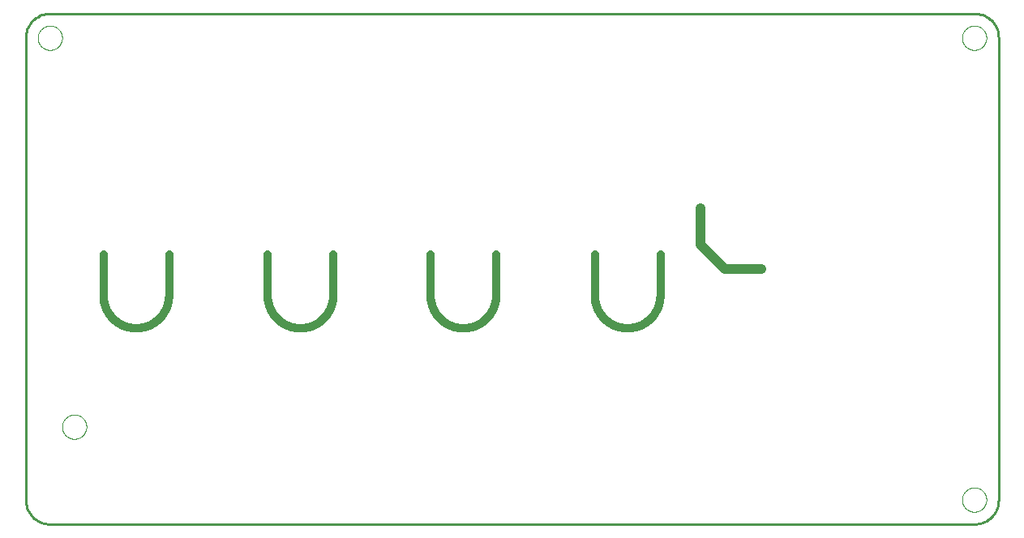
<source format=gko>
G04 EAGLE Gerber RS-274X export*
G75*
%MOMM*%
%FSLAX34Y34*%
%LPD*%
%INDimension*%
%IPPOS*%
%AMOC8*
5,1,8,0,0,1.08239X$1,22.5*%
G01*
%ADD10C,0.000000*%
%ADD11C,0.812800*%
%ADD12C,1.016000*%
%ADD13C,0.254000*%


D10*
X0Y508000D02*
X0Y25400D01*
X7Y24786D01*
X30Y24173D01*
X67Y23560D01*
X119Y22949D01*
X185Y22338D01*
X267Y21730D01*
X363Y21124D01*
X473Y20520D01*
X598Y19919D01*
X738Y19321D01*
X892Y18727D01*
X1061Y18137D01*
X1243Y17551D01*
X1440Y16970D01*
X1651Y16393D01*
X1875Y15822D01*
X2113Y15256D01*
X2365Y14696D01*
X2631Y14143D01*
X2909Y13596D01*
X3201Y13056D01*
X3506Y12523D01*
X3824Y11998D01*
X4154Y11480D01*
X4496Y10971D01*
X4851Y10470D01*
X5218Y9978D01*
X5596Y9495D01*
X5986Y9021D01*
X6388Y8557D01*
X6800Y8102D01*
X7224Y7658D01*
X7658Y7224D01*
X8102Y6800D01*
X8557Y6388D01*
X9021Y5986D01*
X9495Y5596D01*
X9978Y5218D01*
X10470Y4851D01*
X10971Y4496D01*
X11480Y4154D01*
X11998Y3824D01*
X12523Y3506D01*
X13056Y3201D01*
X13596Y2909D01*
X14143Y2631D01*
X14696Y2365D01*
X15256Y2113D01*
X15822Y1875D01*
X16393Y1651D01*
X16970Y1440D01*
X17551Y1243D01*
X18137Y1061D01*
X18727Y892D01*
X19321Y738D01*
X19919Y598D01*
X20520Y473D01*
X21124Y363D01*
X21730Y267D01*
X22338Y185D01*
X22949Y119D01*
X23560Y67D01*
X24173Y30D01*
X24786Y7D01*
X25400Y0D01*
X990600Y0D01*
X991214Y7D01*
X991827Y30D01*
X992440Y67D01*
X993051Y119D01*
X993662Y185D01*
X994270Y267D01*
X994876Y363D01*
X995480Y473D01*
X996081Y598D01*
X996679Y738D01*
X997273Y892D01*
X997863Y1061D01*
X998449Y1243D01*
X999030Y1440D01*
X999607Y1651D01*
X1000178Y1875D01*
X1000744Y2113D01*
X1001304Y2365D01*
X1001857Y2631D01*
X1002404Y2909D01*
X1002944Y3201D01*
X1003477Y3506D01*
X1004002Y3824D01*
X1004520Y4154D01*
X1005029Y4496D01*
X1005530Y4851D01*
X1006022Y5218D01*
X1006505Y5596D01*
X1006979Y5986D01*
X1007443Y6388D01*
X1007898Y6800D01*
X1008342Y7224D01*
X1008776Y7658D01*
X1009200Y8102D01*
X1009612Y8557D01*
X1010014Y9021D01*
X1010404Y9495D01*
X1010782Y9978D01*
X1011149Y10470D01*
X1011504Y10971D01*
X1011846Y11480D01*
X1012176Y11998D01*
X1012494Y12523D01*
X1012799Y13056D01*
X1013091Y13596D01*
X1013369Y14143D01*
X1013635Y14696D01*
X1013887Y15256D01*
X1014125Y15822D01*
X1014349Y16393D01*
X1014560Y16970D01*
X1014757Y17551D01*
X1014939Y18137D01*
X1015108Y18727D01*
X1015262Y19321D01*
X1015402Y19919D01*
X1015527Y20520D01*
X1015637Y21124D01*
X1015733Y21730D01*
X1015815Y22338D01*
X1015881Y22949D01*
X1015933Y23560D01*
X1015970Y24173D01*
X1015993Y24786D01*
X1016000Y25400D01*
X1016000Y508000D01*
X1015993Y508614D01*
X1015970Y509227D01*
X1015933Y509840D01*
X1015881Y510451D01*
X1015815Y511062D01*
X1015733Y511670D01*
X1015637Y512276D01*
X1015527Y512880D01*
X1015402Y513481D01*
X1015262Y514079D01*
X1015108Y514673D01*
X1014939Y515263D01*
X1014757Y515849D01*
X1014560Y516430D01*
X1014349Y517007D01*
X1014125Y517578D01*
X1013887Y518144D01*
X1013635Y518704D01*
X1013369Y519257D01*
X1013091Y519804D01*
X1012799Y520344D01*
X1012494Y520877D01*
X1012176Y521402D01*
X1011846Y521920D01*
X1011504Y522429D01*
X1011149Y522930D01*
X1010782Y523422D01*
X1010404Y523905D01*
X1010014Y524379D01*
X1009612Y524843D01*
X1009200Y525298D01*
X1008776Y525742D01*
X1008342Y526176D01*
X1007898Y526600D01*
X1007443Y527012D01*
X1006979Y527414D01*
X1006505Y527804D01*
X1006022Y528182D01*
X1005530Y528549D01*
X1005029Y528904D01*
X1004520Y529246D01*
X1004002Y529576D01*
X1003477Y529894D01*
X1002944Y530199D01*
X1002404Y530491D01*
X1001857Y530769D01*
X1001304Y531035D01*
X1000744Y531287D01*
X1000178Y531525D01*
X999607Y531749D01*
X999030Y531960D01*
X998449Y532157D01*
X997863Y532339D01*
X997273Y532508D01*
X996679Y532662D01*
X996081Y532802D01*
X995480Y532927D01*
X994876Y533037D01*
X994270Y533133D01*
X993662Y533215D01*
X993051Y533281D01*
X992440Y533333D01*
X991827Y533370D01*
X991214Y533393D01*
X990600Y533400D01*
X25400Y533400D01*
X24786Y533393D01*
X24173Y533370D01*
X23560Y533333D01*
X22949Y533281D01*
X22338Y533215D01*
X21730Y533133D01*
X21124Y533037D01*
X20520Y532927D01*
X19919Y532802D01*
X19321Y532662D01*
X18727Y532508D01*
X18137Y532339D01*
X17551Y532157D01*
X16970Y531960D01*
X16393Y531749D01*
X15822Y531525D01*
X15256Y531287D01*
X14696Y531035D01*
X14143Y530769D01*
X13596Y530491D01*
X13056Y530199D01*
X12523Y529894D01*
X11998Y529576D01*
X11480Y529246D01*
X10971Y528904D01*
X10470Y528549D01*
X9978Y528182D01*
X9495Y527804D01*
X9021Y527414D01*
X8557Y527012D01*
X8102Y526600D01*
X7658Y526176D01*
X7224Y525742D01*
X6800Y525298D01*
X6388Y524843D01*
X5986Y524379D01*
X5596Y523905D01*
X5218Y523422D01*
X4851Y522930D01*
X4496Y522429D01*
X4154Y521920D01*
X3824Y521402D01*
X3506Y520877D01*
X3201Y520344D01*
X2909Y519804D01*
X2631Y519257D01*
X2365Y518704D01*
X2113Y518144D01*
X1875Y517578D01*
X1651Y517007D01*
X1440Y516430D01*
X1243Y515849D01*
X1061Y515263D01*
X892Y514673D01*
X738Y514079D01*
X598Y513481D01*
X473Y512880D01*
X363Y512276D01*
X267Y511670D01*
X185Y511062D01*
X119Y510451D01*
X67Y509840D01*
X30Y509227D01*
X7Y508614D01*
X0Y508000D01*
X38100Y101600D02*
X38104Y101912D01*
X38115Y102223D01*
X38134Y102534D01*
X38161Y102845D01*
X38196Y103155D01*
X38237Y103463D01*
X38287Y103771D01*
X38344Y104078D01*
X38409Y104383D01*
X38481Y104686D01*
X38560Y104987D01*
X38647Y105287D01*
X38741Y105584D01*
X38842Y105879D01*
X38951Y106171D01*
X39067Y106460D01*
X39190Y106747D01*
X39319Y107030D01*
X39456Y107310D01*
X39600Y107587D01*
X39750Y107860D01*
X39907Y108129D01*
X40070Y108394D01*
X40240Y108656D01*
X40417Y108913D01*
X40599Y109165D01*
X40788Y109413D01*
X40983Y109657D01*
X41183Y109895D01*
X41390Y110129D01*
X41602Y110357D01*
X41820Y110580D01*
X42043Y110798D01*
X42271Y111010D01*
X42505Y111217D01*
X42743Y111417D01*
X42987Y111612D01*
X43235Y111801D01*
X43487Y111983D01*
X43744Y112160D01*
X44006Y112330D01*
X44271Y112493D01*
X44540Y112650D01*
X44813Y112800D01*
X45090Y112944D01*
X45370Y113081D01*
X45653Y113210D01*
X45940Y113333D01*
X46229Y113449D01*
X46521Y113558D01*
X46816Y113659D01*
X47113Y113753D01*
X47413Y113840D01*
X47714Y113919D01*
X48017Y113991D01*
X48322Y114056D01*
X48629Y114113D01*
X48937Y114163D01*
X49245Y114204D01*
X49555Y114239D01*
X49866Y114266D01*
X50177Y114285D01*
X50488Y114296D01*
X50800Y114300D01*
X51112Y114296D01*
X51423Y114285D01*
X51734Y114266D01*
X52045Y114239D01*
X52355Y114204D01*
X52663Y114163D01*
X52971Y114113D01*
X53278Y114056D01*
X53583Y113991D01*
X53886Y113919D01*
X54187Y113840D01*
X54487Y113753D01*
X54784Y113659D01*
X55079Y113558D01*
X55371Y113449D01*
X55660Y113333D01*
X55947Y113210D01*
X56230Y113081D01*
X56510Y112944D01*
X56787Y112800D01*
X57060Y112650D01*
X57329Y112493D01*
X57594Y112330D01*
X57856Y112160D01*
X58113Y111983D01*
X58365Y111801D01*
X58613Y111612D01*
X58857Y111417D01*
X59095Y111217D01*
X59329Y111010D01*
X59557Y110798D01*
X59780Y110580D01*
X59998Y110357D01*
X60210Y110129D01*
X60417Y109895D01*
X60617Y109657D01*
X60812Y109413D01*
X61001Y109165D01*
X61183Y108913D01*
X61360Y108656D01*
X61530Y108394D01*
X61693Y108129D01*
X61850Y107860D01*
X62000Y107587D01*
X62144Y107310D01*
X62281Y107030D01*
X62410Y106747D01*
X62533Y106460D01*
X62649Y106171D01*
X62758Y105879D01*
X62859Y105584D01*
X62953Y105287D01*
X63040Y104987D01*
X63119Y104686D01*
X63191Y104383D01*
X63256Y104078D01*
X63313Y103771D01*
X63363Y103463D01*
X63404Y103155D01*
X63439Y102845D01*
X63466Y102534D01*
X63485Y102223D01*
X63496Y101912D01*
X63500Y101600D01*
X63496Y101288D01*
X63485Y100977D01*
X63466Y100666D01*
X63439Y100355D01*
X63404Y100045D01*
X63363Y99737D01*
X63313Y99429D01*
X63256Y99122D01*
X63191Y98817D01*
X63119Y98514D01*
X63040Y98213D01*
X62953Y97913D01*
X62859Y97616D01*
X62758Y97321D01*
X62649Y97029D01*
X62533Y96740D01*
X62410Y96453D01*
X62281Y96170D01*
X62144Y95890D01*
X62000Y95613D01*
X61850Y95340D01*
X61693Y95071D01*
X61530Y94806D01*
X61360Y94544D01*
X61183Y94287D01*
X61001Y94035D01*
X60812Y93787D01*
X60617Y93543D01*
X60417Y93305D01*
X60210Y93071D01*
X59998Y92843D01*
X59780Y92620D01*
X59557Y92402D01*
X59329Y92190D01*
X59095Y91983D01*
X58857Y91783D01*
X58613Y91588D01*
X58365Y91399D01*
X58113Y91217D01*
X57856Y91040D01*
X57594Y90870D01*
X57329Y90707D01*
X57060Y90550D01*
X56787Y90400D01*
X56510Y90256D01*
X56230Y90119D01*
X55947Y89990D01*
X55660Y89867D01*
X55371Y89751D01*
X55079Y89642D01*
X54784Y89541D01*
X54487Y89447D01*
X54187Y89360D01*
X53886Y89281D01*
X53583Y89209D01*
X53278Y89144D01*
X52971Y89087D01*
X52663Y89037D01*
X52355Y88996D01*
X52045Y88961D01*
X51734Y88934D01*
X51423Y88915D01*
X51112Y88904D01*
X50800Y88900D01*
X50488Y88904D01*
X50177Y88915D01*
X49866Y88934D01*
X49555Y88961D01*
X49245Y88996D01*
X48937Y89037D01*
X48629Y89087D01*
X48322Y89144D01*
X48017Y89209D01*
X47714Y89281D01*
X47413Y89360D01*
X47113Y89447D01*
X46816Y89541D01*
X46521Y89642D01*
X46229Y89751D01*
X45940Y89867D01*
X45653Y89990D01*
X45370Y90119D01*
X45090Y90256D01*
X44813Y90400D01*
X44540Y90550D01*
X44271Y90707D01*
X44006Y90870D01*
X43744Y91040D01*
X43487Y91217D01*
X43235Y91399D01*
X42987Y91588D01*
X42743Y91783D01*
X42505Y91983D01*
X42271Y92190D01*
X42043Y92402D01*
X41820Y92620D01*
X41602Y92843D01*
X41390Y93071D01*
X41183Y93305D01*
X40983Y93543D01*
X40788Y93787D01*
X40599Y94035D01*
X40417Y94287D01*
X40240Y94544D01*
X40070Y94806D01*
X39907Y95071D01*
X39750Y95340D01*
X39600Y95613D01*
X39456Y95890D01*
X39319Y96170D01*
X39190Y96453D01*
X39067Y96740D01*
X38951Y97029D01*
X38842Y97321D01*
X38741Y97616D01*
X38647Y97913D01*
X38560Y98213D01*
X38481Y98514D01*
X38409Y98817D01*
X38344Y99122D01*
X38287Y99429D01*
X38237Y99737D01*
X38196Y100045D01*
X38161Y100355D01*
X38134Y100666D01*
X38115Y100977D01*
X38104Y101288D01*
X38100Y101600D01*
X12700Y508000D02*
X12704Y508312D01*
X12715Y508623D01*
X12734Y508934D01*
X12761Y509245D01*
X12796Y509555D01*
X12837Y509863D01*
X12887Y510171D01*
X12944Y510478D01*
X13009Y510783D01*
X13081Y511086D01*
X13160Y511387D01*
X13247Y511687D01*
X13341Y511984D01*
X13442Y512279D01*
X13551Y512571D01*
X13667Y512860D01*
X13790Y513147D01*
X13919Y513430D01*
X14056Y513710D01*
X14200Y513987D01*
X14350Y514260D01*
X14507Y514529D01*
X14670Y514794D01*
X14840Y515056D01*
X15017Y515313D01*
X15199Y515565D01*
X15388Y515813D01*
X15583Y516057D01*
X15783Y516295D01*
X15990Y516529D01*
X16202Y516757D01*
X16420Y516980D01*
X16643Y517198D01*
X16871Y517410D01*
X17105Y517617D01*
X17343Y517817D01*
X17587Y518012D01*
X17835Y518201D01*
X18087Y518383D01*
X18344Y518560D01*
X18606Y518730D01*
X18871Y518893D01*
X19140Y519050D01*
X19413Y519200D01*
X19690Y519344D01*
X19970Y519481D01*
X20253Y519610D01*
X20540Y519733D01*
X20829Y519849D01*
X21121Y519958D01*
X21416Y520059D01*
X21713Y520153D01*
X22013Y520240D01*
X22314Y520319D01*
X22617Y520391D01*
X22922Y520456D01*
X23229Y520513D01*
X23537Y520563D01*
X23845Y520604D01*
X24155Y520639D01*
X24466Y520666D01*
X24777Y520685D01*
X25088Y520696D01*
X25400Y520700D01*
X25712Y520696D01*
X26023Y520685D01*
X26334Y520666D01*
X26645Y520639D01*
X26955Y520604D01*
X27263Y520563D01*
X27571Y520513D01*
X27878Y520456D01*
X28183Y520391D01*
X28486Y520319D01*
X28787Y520240D01*
X29087Y520153D01*
X29384Y520059D01*
X29679Y519958D01*
X29971Y519849D01*
X30260Y519733D01*
X30547Y519610D01*
X30830Y519481D01*
X31110Y519344D01*
X31387Y519200D01*
X31660Y519050D01*
X31929Y518893D01*
X32194Y518730D01*
X32456Y518560D01*
X32713Y518383D01*
X32965Y518201D01*
X33213Y518012D01*
X33457Y517817D01*
X33695Y517617D01*
X33929Y517410D01*
X34157Y517198D01*
X34380Y516980D01*
X34598Y516757D01*
X34810Y516529D01*
X35017Y516295D01*
X35217Y516057D01*
X35412Y515813D01*
X35601Y515565D01*
X35783Y515313D01*
X35960Y515056D01*
X36130Y514794D01*
X36293Y514529D01*
X36450Y514260D01*
X36600Y513987D01*
X36744Y513710D01*
X36881Y513430D01*
X37010Y513147D01*
X37133Y512860D01*
X37249Y512571D01*
X37358Y512279D01*
X37459Y511984D01*
X37553Y511687D01*
X37640Y511387D01*
X37719Y511086D01*
X37791Y510783D01*
X37856Y510478D01*
X37913Y510171D01*
X37963Y509863D01*
X38004Y509555D01*
X38039Y509245D01*
X38066Y508934D01*
X38085Y508623D01*
X38096Y508312D01*
X38100Y508000D01*
X38096Y507688D01*
X38085Y507377D01*
X38066Y507066D01*
X38039Y506755D01*
X38004Y506445D01*
X37963Y506137D01*
X37913Y505829D01*
X37856Y505522D01*
X37791Y505217D01*
X37719Y504914D01*
X37640Y504613D01*
X37553Y504313D01*
X37459Y504016D01*
X37358Y503721D01*
X37249Y503429D01*
X37133Y503140D01*
X37010Y502853D01*
X36881Y502570D01*
X36744Y502290D01*
X36600Y502013D01*
X36450Y501740D01*
X36293Y501471D01*
X36130Y501206D01*
X35960Y500944D01*
X35783Y500687D01*
X35601Y500435D01*
X35412Y500187D01*
X35217Y499943D01*
X35017Y499705D01*
X34810Y499471D01*
X34598Y499243D01*
X34380Y499020D01*
X34157Y498802D01*
X33929Y498590D01*
X33695Y498383D01*
X33457Y498183D01*
X33213Y497988D01*
X32965Y497799D01*
X32713Y497617D01*
X32456Y497440D01*
X32194Y497270D01*
X31929Y497107D01*
X31660Y496950D01*
X31387Y496800D01*
X31110Y496656D01*
X30830Y496519D01*
X30547Y496390D01*
X30260Y496267D01*
X29971Y496151D01*
X29679Y496042D01*
X29384Y495941D01*
X29087Y495847D01*
X28787Y495760D01*
X28486Y495681D01*
X28183Y495609D01*
X27878Y495544D01*
X27571Y495487D01*
X27263Y495437D01*
X26955Y495396D01*
X26645Y495361D01*
X26334Y495334D01*
X26023Y495315D01*
X25712Y495304D01*
X25400Y495300D01*
X25088Y495304D01*
X24777Y495315D01*
X24466Y495334D01*
X24155Y495361D01*
X23845Y495396D01*
X23537Y495437D01*
X23229Y495487D01*
X22922Y495544D01*
X22617Y495609D01*
X22314Y495681D01*
X22013Y495760D01*
X21713Y495847D01*
X21416Y495941D01*
X21121Y496042D01*
X20829Y496151D01*
X20540Y496267D01*
X20253Y496390D01*
X19970Y496519D01*
X19690Y496656D01*
X19413Y496800D01*
X19140Y496950D01*
X18871Y497107D01*
X18606Y497270D01*
X18344Y497440D01*
X18087Y497617D01*
X17835Y497799D01*
X17587Y497988D01*
X17343Y498183D01*
X17105Y498383D01*
X16871Y498590D01*
X16643Y498802D01*
X16420Y499020D01*
X16202Y499243D01*
X15990Y499471D01*
X15783Y499705D01*
X15583Y499943D01*
X15388Y500187D01*
X15199Y500435D01*
X15017Y500687D01*
X14840Y500944D01*
X14670Y501206D01*
X14507Y501471D01*
X14350Y501740D01*
X14200Y502013D01*
X14056Y502290D01*
X13919Y502570D01*
X13790Y502853D01*
X13667Y503140D01*
X13551Y503429D01*
X13442Y503721D01*
X13341Y504016D01*
X13247Y504313D01*
X13160Y504613D01*
X13081Y504914D01*
X13009Y505217D01*
X12944Y505522D01*
X12887Y505829D01*
X12837Y506137D01*
X12796Y506445D01*
X12761Y506755D01*
X12734Y507066D01*
X12715Y507377D01*
X12704Y507688D01*
X12700Y508000D01*
X977900Y508000D02*
X977904Y508312D01*
X977915Y508623D01*
X977934Y508934D01*
X977961Y509245D01*
X977996Y509555D01*
X978037Y509863D01*
X978087Y510171D01*
X978144Y510478D01*
X978209Y510783D01*
X978281Y511086D01*
X978360Y511387D01*
X978447Y511687D01*
X978541Y511984D01*
X978642Y512279D01*
X978751Y512571D01*
X978867Y512860D01*
X978990Y513147D01*
X979119Y513430D01*
X979256Y513710D01*
X979400Y513987D01*
X979550Y514260D01*
X979707Y514529D01*
X979870Y514794D01*
X980040Y515056D01*
X980217Y515313D01*
X980399Y515565D01*
X980588Y515813D01*
X980783Y516057D01*
X980983Y516295D01*
X981190Y516529D01*
X981402Y516757D01*
X981620Y516980D01*
X981843Y517198D01*
X982071Y517410D01*
X982305Y517617D01*
X982543Y517817D01*
X982787Y518012D01*
X983035Y518201D01*
X983287Y518383D01*
X983544Y518560D01*
X983806Y518730D01*
X984071Y518893D01*
X984340Y519050D01*
X984613Y519200D01*
X984890Y519344D01*
X985170Y519481D01*
X985453Y519610D01*
X985740Y519733D01*
X986029Y519849D01*
X986321Y519958D01*
X986616Y520059D01*
X986913Y520153D01*
X987213Y520240D01*
X987514Y520319D01*
X987817Y520391D01*
X988122Y520456D01*
X988429Y520513D01*
X988737Y520563D01*
X989045Y520604D01*
X989355Y520639D01*
X989666Y520666D01*
X989977Y520685D01*
X990288Y520696D01*
X990600Y520700D01*
X990912Y520696D01*
X991223Y520685D01*
X991534Y520666D01*
X991845Y520639D01*
X992155Y520604D01*
X992463Y520563D01*
X992771Y520513D01*
X993078Y520456D01*
X993383Y520391D01*
X993686Y520319D01*
X993987Y520240D01*
X994287Y520153D01*
X994584Y520059D01*
X994879Y519958D01*
X995171Y519849D01*
X995460Y519733D01*
X995747Y519610D01*
X996030Y519481D01*
X996310Y519344D01*
X996587Y519200D01*
X996860Y519050D01*
X997129Y518893D01*
X997394Y518730D01*
X997656Y518560D01*
X997913Y518383D01*
X998165Y518201D01*
X998413Y518012D01*
X998657Y517817D01*
X998895Y517617D01*
X999129Y517410D01*
X999357Y517198D01*
X999580Y516980D01*
X999798Y516757D01*
X1000010Y516529D01*
X1000217Y516295D01*
X1000417Y516057D01*
X1000612Y515813D01*
X1000801Y515565D01*
X1000983Y515313D01*
X1001160Y515056D01*
X1001330Y514794D01*
X1001493Y514529D01*
X1001650Y514260D01*
X1001800Y513987D01*
X1001944Y513710D01*
X1002081Y513430D01*
X1002210Y513147D01*
X1002333Y512860D01*
X1002449Y512571D01*
X1002558Y512279D01*
X1002659Y511984D01*
X1002753Y511687D01*
X1002840Y511387D01*
X1002919Y511086D01*
X1002991Y510783D01*
X1003056Y510478D01*
X1003113Y510171D01*
X1003163Y509863D01*
X1003204Y509555D01*
X1003239Y509245D01*
X1003266Y508934D01*
X1003285Y508623D01*
X1003296Y508312D01*
X1003300Y508000D01*
X1003296Y507688D01*
X1003285Y507377D01*
X1003266Y507066D01*
X1003239Y506755D01*
X1003204Y506445D01*
X1003163Y506137D01*
X1003113Y505829D01*
X1003056Y505522D01*
X1002991Y505217D01*
X1002919Y504914D01*
X1002840Y504613D01*
X1002753Y504313D01*
X1002659Y504016D01*
X1002558Y503721D01*
X1002449Y503429D01*
X1002333Y503140D01*
X1002210Y502853D01*
X1002081Y502570D01*
X1001944Y502290D01*
X1001800Y502013D01*
X1001650Y501740D01*
X1001493Y501471D01*
X1001330Y501206D01*
X1001160Y500944D01*
X1000983Y500687D01*
X1000801Y500435D01*
X1000612Y500187D01*
X1000417Y499943D01*
X1000217Y499705D01*
X1000010Y499471D01*
X999798Y499243D01*
X999580Y499020D01*
X999357Y498802D01*
X999129Y498590D01*
X998895Y498383D01*
X998657Y498183D01*
X998413Y497988D01*
X998165Y497799D01*
X997913Y497617D01*
X997656Y497440D01*
X997394Y497270D01*
X997129Y497107D01*
X996860Y496950D01*
X996587Y496800D01*
X996310Y496656D01*
X996030Y496519D01*
X995747Y496390D01*
X995460Y496267D01*
X995171Y496151D01*
X994879Y496042D01*
X994584Y495941D01*
X994287Y495847D01*
X993987Y495760D01*
X993686Y495681D01*
X993383Y495609D01*
X993078Y495544D01*
X992771Y495487D01*
X992463Y495437D01*
X992155Y495396D01*
X991845Y495361D01*
X991534Y495334D01*
X991223Y495315D01*
X990912Y495304D01*
X990600Y495300D01*
X990288Y495304D01*
X989977Y495315D01*
X989666Y495334D01*
X989355Y495361D01*
X989045Y495396D01*
X988737Y495437D01*
X988429Y495487D01*
X988122Y495544D01*
X987817Y495609D01*
X987514Y495681D01*
X987213Y495760D01*
X986913Y495847D01*
X986616Y495941D01*
X986321Y496042D01*
X986029Y496151D01*
X985740Y496267D01*
X985453Y496390D01*
X985170Y496519D01*
X984890Y496656D01*
X984613Y496800D01*
X984340Y496950D01*
X984071Y497107D01*
X983806Y497270D01*
X983544Y497440D01*
X983287Y497617D01*
X983035Y497799D01*
X982787Y497988D01*
X982543Y498183D01*
X982305Y498383D01*
X982071Y498590D01*
X981843Y498802D01*
X981620Y499020D01*
X981402Y499243D01*
X981190Y499471D01*
X980983Y499705D01*
X980783Y499943D01*
X980588Y500187D01*
X980399Y500435D01*
X980217Y500687D01*
X980040Y500944D01*
X979870Y501206D01*
X979707Y501471D01*
X979550Y501740D01*
X979400Y502013D01*
X979256Y502290D01*
X979119Y502570D01*
X978990Y502853D01*
X978867Y503140D01*
X978751Y503429D01*
X978642Y503721D01*
X978541Y504016D01*
X978447Y504313D01*
X978360Y504613D01*
X978281Y504914D01*
X978209Y505217D01*
X978144Y505522D01*
X978087Y505829D01*
X978037Y506137D01*
X977996Y506445D01*
X977961Y506755D01*
X977934Y507066D01*
X977915Y507377D01*
X977904Y507688D01*
X977900Y508000D01*
X977900Y25400D02*
X977904Y25712D01*
X977915Y26023D01*
X977934Y26334D01*
X977961Y26645D01*
X977996Y26955D01*
X978037Y27263D01*
X978087Y27571D01*
X978144Y27878D01*
X978209Y28183D01*
X978281Y28486D01*
X978360Y28787D01*
X978447Y29087D01*
X978541Y29384D01*
X978642Y29679D01*
X978751Y29971D01*
X978867Y30260D01*
X978990Y30547D01*
X979119Y30830D01*
X979256Y31110D01*
X979400Y31387D01*
X979550Y31660D01*
X979707Y31929D01*
X979870Y32194D01*
X980040Y32456D01*
X980217Y32713D01*
X980399Y32965D01*
X980588Y33213D01*
X980783Y33457D01*
X980983Y33695D01*
X981190Y33929D01*
X981402Y34157D01*
X981620Y34380D01*
X981843Y34598D01*
X982071Y34810D01*
X982305Y35017D01*
X982543Y35217D01*
X982787Y35412D01*
X983035Y35601D01*
X983287Y35783D01*
X983544Y35960D01*
X983806Y36130D01*
X984071Y36293D01*
X984340Y36450D01*
X984613Y36600D01*
X984890Y36744D01*
X985170Y36881D01*
X985453Y37010D01*
X985740Y37133D01*
X986029Y37249D01*
X986321Y37358D01*
X986616Y37459D01*
X986913Y37553D01*
X987213Y37640D01*
X987514Y37719D01*
X987817Y37791D01*
X988122Y37856D01*
X988429Y37913D01*
X988737Y37963D01*
X989045Y38004D01*
X989355Y38039D01*
X989666Y38066D01*
X989977Y38085D01*
X990288Y38096D01*
X990600Y38100D01*
X990912Y38096D01*
X991223Y38085D01*
X991534Y38066D01*
X991845Y38039D01*
X992155Y38004D01*
X992463Y37963D01*
X992771Y37913D01*
X993078Y37856D01*
X993383Y37791D01*
X993686Y37719D01*
X993987Y37640D01*
X994287Y37553D01*
X994584Y37459D01*
X994879Y37358D01*
X995171Y37249D01*
X995460Y37133D01*
X995747Y37010D01*
X996030Y36881D01*
X996310Y36744D01*
X996587Y36600D01*
X996860Y36450D01*
X997129Y36293D01*
X997394Y36130D01*
X997656Y35960D01*
X997913Y35783D01*
X998165Y35601D01*
X998413Y35412D01*
X998657Y35217D01*
X998895Y35017D01*
X999129Y34810D01*
X999357Y34598D01*
X999580Y34380D01*
X999798Y34157D01*
X1000010Y33929D01*
X1000217Y33695D01*
X1000417Y33457D01*
X1000612Y33213D01*
X1000801Y32965D01*
X1000983Y32713D01*
X1001160Y32456D01*
X1001330Y32194D01*
X1001493Y31929D01*
X1001650Y31660D01*
X1001800Y31387D01*
X1001944Y31110D01*
X1002081Y30830D01*
X1002210Y30547D01*
X1002333Y30260D01*
X1002449Y29971D01*
X1002558Y29679D01*
X1002659Y29384D01*
X1002753Y29087D01*
X1002840Y28787D01*
X1002919Y28486D01*
X1002991Y28183D01*
X1003056Y27878D01*
X1003113Y27571D01*
X1003163Y27263D01*
X1003204Y26955D01*
X1003239Y26645D01*
X1003266Y26334D01*
X1003285Y26023D01*
X1003296Y25712D01*
X1003300Y25400D01*
X1003296Y25088D01*
X1003285Y24777D01*
X1003266Y24466D01*
X1003239Y24155D01*
X1003204Y23845D01*
X1003163Y23537D01*
X1003113Y23229D01*
X1003056Y22922D01*
X1002991Y22617D01*
X1002919Y22314D01*
X1002840Y22013D01*
X1002753Y21713D01*
X1002659Y21416D01*
X1002558Y21121D01*
X1002449Y20829D01*
X1002333Y20540D01*
X1002210Y20253D01*
X1002081Y19970D01*
X1001944Y19690D01*
X1001800Y19413D01*
X1001650Y19140D01*
X1001493Y18871D01*
X1001330Y18606D01*
X1001160Y18344D01*
X1000983Y18087D01*
X1000801Y17835D01*
X1000612Y17587D01*
X1000417Y17343D01*
X1000217Y17105D01*
X1000010Y16871D01*
X999798Y16643D01*
X999580Y16420D01*
X999357Y16202D01*
X999129Y15990D01*
X998895Y15783D01*
X998657Y15583D01*
X998413Y15388D01*
X998165Y15199D01*
X997913Y15017D01*
X997656Y14840D01*
X997394Y14670D01*
X997129Y14507D01*
X996860Y14350D01*
X996587Y14200D01*
X996310Y14056D01*
X996030Y13919D01*
X995747Y13790D01*
X995460Y13667D01*
X995171Y13551D01*
X994879Y13442D01*
X994584Y13341D01*
X994287Y13247D01*
X993987Y13160D01*
X993686Y13081D01*
X993383Y13009D01*
X993078Y12944D01*
X992771Y12887D01*
X992463Y12837D01*
X992155Y12796D01*
X991845Y12761D01*
X991534Y12734D01*
X991223Y12715D01*
X990912Y12704D01*
X990600Y12700D01*
X990288Y12704D01*
X989977Y12715D01*
X989666Y12734D01*
X989355Y12761D01*
X989045Y12796D01*
X988737Y12837D01*
X988429Y12887D01*
X988122Y12944D01*
X987817Y13009D01*
X987514Y13081D01*
X987213Y13160D01*
X986913Y13247D01*
X986616Y13341D01*
X986321Y13442D01*
X986029Y13551D01*
X985740Y13667D01*
X985453Y13790D01*
X985170Y13919D01*
X984890Y14056D01*
X984613Y14200D01*
X984340Y14350D01*
X984071Y14507D01*
X983806Y14670D01*
X983544Y14840D01*
X983287Y15017D01*
X983035Y15199D01*
X982787Y15388D01*
X982543Y15583D01*
X982305Y15783D01*
X982071Y15990D01*
X981843Y16202D01*
X981620Y16420D01*
X981402Y16643D01*
X981190Y16871D01*
X980983Y17105D01*
X980783Y17343D01*
X980588Y17587D01*
X980399Y17835D01*
X980217Y18087D01*
X980040Y18344D01*
X979870Y18606D01*
X979707Y18871D01*
X979550Y19140D01*
X979400Y19413D01*
X979256Y19690D01*
X979119Y19970D01*
X978990Y20253D01*
X978867Y20540D01*
X978751Y20829D01*
X978642Y21121D01*
X978541Y21416D01*
X978447Y21713D01*
X978360Y22013D01*
X978281Y22314D01*
X978209Y22617D01*
X978144Y22922D01*
X978087Y23229D01*
X978037Y23537D01*
X977996Y23845D01*
X977961Y24155D01*
X977934Y24466D01*
X977915Y24777D01*
X977904Y25088D01*
X977900Y25400D01*
D11*
X149860Y238760D02*
X149850Y237925D01*
X149819Y237091D01*
X149769Y236257D01*
X149697Y235425D01*
X149606Y234595D01*
X149495Y233767D01*
X149363Y232943D01*
X149211Y232122D01*
X149040Y231304D01*
X148848Y230492D01*
X148637Y229684D01*
X148406Y228881D01*
X148156Y228084D01*
X147886Y227294D01*
X147597Y226511D01*
X147290Y225734D01*
X146963Y224966D01*
X146618Y224205D01*
X146254Y223454D01*
X145872Y222711D01*
X145473Y221978D01*
X145055Y221255D01*
X144620Y220542D01*
X144168Y219840D01*
X143699Y219149D01*
X143213Y218470D01*
X142710Y217803D01*
X142192Y217148D01*
X141658Y216506D01*
X141108Y215878D01*
X140543Y215263D01*
X139964Y214661D01*
X139370Y214075D01*
X138762Y213502D01*
X138140Y212945D01*
X137504Y212403D01*
X136856Y211877D01*
X136195Y211366D01*
X135522Y210872D01*
X134837Y210395D01*
X134140Y209934D01*
X133433Y209490D01*
X132715Y209064D01*
X131987Y208655D01*
X131249Y208264D01*
X130502Y207892D01*
X129745Y207537D01*
X128981Y207201D01*
X128209Y206884D01*
X127429Y206586D01*
X126642Y206307D01*
X125848Y206047D01*
X125048Y205806D01*
X124243Y205585D01*
X123433Y205384D01*
X122618Y205202D01*
X121798Y205040D01*
X120975Y204899D01*
X120149Y204777D01*
X119320Y204676D01*
X118489Y204594D01*
X117656Y204534D01*
X116822Y204493D01*
X115988Y204473D01*
X115152Y204473D01*
X114318Y204493D01*
X113484Y204534D01*
X112651Y204594D01*
X111820Y204676D01*
X110991Y204777D01*
X110165Y204899D01*
X109342Y205040D01*
X108522Y205202D01*
X107707Y205384D01*
X106897Y205585D01*
X106092Y205806D01*
X105292Y206047D01*
X104498Y206307D01*
X103711Y206586D01*
X102931Y206884D01*
X102159Y207201D01*
X101395Y207537D01*
X100638Y207892D01*
X99891Y208264D01*
X99153Y208655D01*
X98425Y209064D01*
X97707Y209490D01*
X97000Y209934D01*
X96303Y210395D01*
X95618Y210872D01*
X94945Y211366D01*
X94284Y211877D01*
X93636Y212403D01*
X93000Y212945D01*
X92378Y213502D01*
X91770Y214075D01*
X91176Y214661D01*
X90597Y215263D01*
X90032Y215878D01*
X89482Y216506D01*
X88948Y217148D01*
X88430Y217803D01*
X87927Y218470D01*
X87441Y219149D01*
X86972Y219840D01*
X86520Y220542D01*
X86085Y221255D01*
X85667Y221978D01*
X85268Y222711D01*
X84886Y223454D01*
X84522Y224205D01*
X84177Y224966D01*
X83850Y225734D01*
X83543Y226511D01*
X83254Y227294D01*
X82984Y228084D01*
X82734Y228881D01*
X82503Y229684D01*
X82292Y230492D01*
X82100Y231304D01*
X81929Y232122D01*
X81777Y232943D01*
X81645Y233767D01*
X81534Y234595D01*
X81443Y235425D01*
X81371Y236257D01*
X81321Y237091D01*
X81290Y237925D01*
X81280Y238760D01*
X81280Y281940D01*
X149860Y281940D02*
X149860Y238760D01*
X252730Y238760D02*
X252740Y237925D01*
X252771Y237091D01*
X252821Y236257D01*
X252893Y235425D01*
X252984Y234595D01*
X253095Y233767D01*
X253227Y232943D01*
X253379Y232122D01*
X253550Y231304D01*
X253742Y230492D01*
X253953Y229684D01*
X254184Y228881D01*
X254434Y228084D01*
X254704Y227294D01*
X254993Y226511D01*
X255300Y225734D01*
X255627Y224966D01*
X255972Y224205D01*
X256336Y223454D01*
X256718Y222711D01*
X257117Y221978D01*
X257535Y221255D01*
X257970Y220542D01*
X258422Y219840D01*
X258891Y219149D01*
X259377Y218470D01*
X259880Y217803D01*
X260398Y217148D01*
X260932Y216506D01*
X261482Y215878D01*
X262047Y215263D01*
X262626Y214661D01*
X263220Y214075D01*
X263828Y213502D01*
X264450Y212945D01*
X265086Y212403D01*
X265734Y211877D01*
X266395Y211366D01*
X267068Y210872D01*
X267753Y210395D01*
X268450Y209934D01*
X269157Y209490D01*
X269875Y209064D01*
X270603Y208655D01*
X271341Y208264D01*
X272088Y207892D01*
X272845Y207537D01*
X273609Y207201D01*
X274381Y206884D01*
X275161Y206586D01*
X275948Y206307D01*
X276742Y206047D01*
X277542Y205806D01*
X278347Y205585D01*
X279157Y205384D01*
X279972Y205202D01*
X280792Y205040D01*
X281615Y204899D01*
X282441Y204777D01*
X283270Y204676D01*
X284101Y204594D01*
X284934Y204534D01*
X285768Y204493D01*
X286602Y204473D01*
X287438Y204473D01*
X288272Y204493D01*
X289106Y204534D01*
X289939Y204594D01*
X290770Y204676D01*
X291599Y204777D01*
X292425Y204899D01*
X293248Y205040D01*
X294068Y205202D01*
X294883Y205384D01*
X295693Y205585D01*
X296498Y205806D01*
X297298Y206047D01*
X298092Y206307D01*
X298879Y206586D01*
X299659Y206884D01*
X300431Y207201D01*
X301195Y207537D01*
X301952Y207892D01*
X302699Y208264D01*
X303437Y208655D01*
X304165Y209064D01*
X304883Y209490D01*
X305590Y209934D01*
X306287Y210395D01*
X306972Y210872D01*
X307645Y211366D01*
X308306Y211877D01*
X308954Y212403D01*
X309590Y212945D01*
X310212Y213502D01*
X310820Y214075D01*
X311414Y214661D01*
X311993Y215263D01*
X312558Y215878D01*
X313108Y216506D01*
X313642Y217148D01*
X314160Y217803D01*
X314663Y218470D01*
X315149Y219149D01*
X315618Y219840D01*
X316070Y220542D01*
X316505Y221255D01*
X316923Y221978D01*
X317322Y222711D01*
X317704Y223454D01*
X318068Y224205D01*
X318413Y224966D01*
X318740Y225734D01*
X319047Y226511D01*
X319336Y227294D01*
X319606Y228084D01*
X319856Y228881D01*
X320087Y229684D01*
X320298Y230492D01*
X320490Y231304D01*
X320661Y232122D01*
X320813Y232943D01*
X320945Y233767D01*
X321056Y234595D01*
X321147Y235425D01*
X321219Y236257D01*
X321269Y237091D01*
X321300Y237925D01*
X321310Y238760D01*
X252730Y238760D02*
X252730Y281940D01*
X321310Y281940D02*
X321310Y238760D01*
X422910Y238760D02*
X422920Y237925D01*
X422951Y237091D01*
X423001Y236257D01*
X423073Y235425D01*
X423164Y234595D01*
X423275Y233767D01*
X423407Y232943D01*
X423559Y232122D01*
X423730Y231304D01*
X423922Y230492D01*
X424133Y229684D01*
X424364Y228881D01*
X424614Y228084D01*
X424884Y227294D01*
X425173Y226511D01*
X425480Y225734D01*
X425807Y224966D01*
X426152Y224205D01*
X426516Y223454D01*
X426898Y222711D01*
X427297Y221978D01*
X427715Y221255D01*
X428150Y220542D01*
X428602Y219840D01*
X429071Y219149D01*
X429557Y218470D01*
X430060Y217803D01*
X430578Y217148D01*
X431112Y216506D01*
X431662Y215878D01*
X432227Y215263D01*
X432806Y214661D01*
X433400Y214075D01*
X434008Y213502D01*
X434630Y212945D01*
X435266Y212403D01*
X435914Y211877D01*
X436575Y211366D01*
X437248Y210872D01*
X437933Y210395D01*
X438630Y209934D01*
X439337Y209490D01*
X440055Y209064D01*
X440783Y208655D01*
X441521Y208264D01*
X442268Y207892D01*
X443025Y207537D01*
X443789Y207201D01*
X444561Y206884D01*
X445341Y206586D01*
X446128Y206307D01*
X446922Y206047D01*
X447722Y205806D01*
X448527Y205585D01*
X449337Y205384D01*
X450152Y205202D01*
X450972Y205040D01*
X451795Y204899D01*
X452621Y204777D01*
X453450Y204676D01*
X454281Y204594D01*
X455114Y204534D01*
X455948Y204493D01*
X456782Y204473D01*
X457618Y204473D01*
X458452Y204493D01*
X459286Y204534D01*
X460119Y204594D01*
X460950Y204676D01*
X461779Y204777D01*
X462605Y204899D01*
X463428Y205040D01*
X464248Y205202D01*
X465063Y205384D01*
X465873Y205585D01*
X466678Y205806D01*
X467478Y206047D01*
X468272Y206307D01*
X469059Y206586D01*
X469839Y206884D01*
X470611Y207201D01*
X471375Y207537D01*
X472132Y207892D01*
X472879Y208264D01*
X473617Y208655D01*
X474345Y209064D01*
X475063Y209490D01*
X475770Y209934D01*
X476467Y210395D01*
X477152Y210872D01*
X477825Y211366D01*
X478486Y211877D01*
X479134Y212403D01*
X479770Y212945D01*
X480392Y213502D01*
X481000Y214075D01*
X481594Y214661D01*
X482173Y215263D01*
X482738Y215878D01*
X483288Y216506D01*
X483822Y217148D01*
X484340Y217803D01*
X484843Y218470D01*
X485329Y219149D01*
X485798Y219840D01*
X486250Y220542D01*
X486685Y221255D01*
X487103Y221978D01*
X487502Y222711D01*
X487884Y223454D01*
X488248Y224205D01*
X488593Y224966D01*
X488920Y225734D01*
X489227Y226511D01*
X489516Y227294D01*
X489786Y228084D01*
X490036Y228881D01*
X490267Y229684D01*
X490478Y230492D01*
X490670Y231304D01*
X490841Y232122D01*
X490993Y232943D01*
X491125Y233767D01*
X491236Y234595D01*
X491327Y235425D01*
X491399Y236257D01*
X491449Y237091D01*
X491480Y237925D01*
X491490Y238760D01*
X422910Y238760D02*
X422910Y281940D01*
X491490Y281940D02*
X491490Y238760D01*
X594360Y238760D02*
X594370Y237925D01*
X594401Y237091D01*
X594451Y236257D01*
X594523Y235425D01*
X594614Y234595D01*
X594725Y233767D01*
X594857Y232943D01*
X595009Y232122D01*
X595180Y231304D01*
X595372Y230492D01*
X595583Y229684D01*
X595814Y228881D01*
X596064Y228084D01*
X596334Y227294D01*
X596623Y226511D01*
X596930Y225734D01*
X597257Y224966D01*
X597602Y224205D01*
X597966Y223454D01*
X598348Y222711D01*
X598747Y221978D01*
X599165Y221255D01*
X599600Y220542D01*
X600052Y219840D01*
X600521Y219149D01*
X601007Y218470D01*
X601510Y217803D01*
X602028Y217148D01*
X602562Y216506D01*
X603112Y215878D01*
X603677Y215263D01*
X604256Y214661D01*
X604850Y214075D01*
X605458Y213502D01*
X606080Y212945D01*
X606716Y212403D01*
X607364Y211877D01*
X608025Y211366D01*
X608698Y210872D01*
X609383Y210395D01*
X610080Y209934D01*
X610787Y209490D01*
X611505Y209064D01*
X612233Y208655D01*
X612971Y208264D01*
X613718Y207892D01*
X614475Y207537D01*
X615239Y207201D01*
X616011Y206884D01*
X616791Y206586D01*
X617578Y206307D01*
X618372Y206047D01*
X619172Y205806D01*
X619977Y205585D01*
X620787Y205384D01*
X621602Y205202D01*
X622422Y205040D01*
X623245Y204899D01*
X624071Y204777D01*
X624900Y204676D01*
X625731Y204594D01*
X626564Y204534D01*
X627398Y204493D01*
X628232Y204473D01*
X629068Y204473D01*
X629902Y204493D01*
X630736Y204534D01*
X631569Y204594D01*
X632400Y204676D01*
X633229Y204777D01*
X634055Y204899D01*
X634878Y205040D01*
X635698Y205202D01*
X636513Y205384D01*
X637323Y205585D01*
X638128Y205806D01*
X638928Y206047D01*
X639722Y206307D01*
X640509Y206586D01*
X641289Y206884D01*
X642061Y207201D01*
X642825Y207537D01*
X643582Y207892D01*
X644329Y208264D01*
X645067Y208655D01*
X645795Y209064D01*
X646513Y209490D01*
X647220Y209934D01*
X647917Y210395D01*
X648602Y210872D01*
X649275Y211366D01*
X649936Y211877D01*
X650584Y212403D01*
X651220Y212945D01*
X651842Y213502D01*
X652450Y214075D01*
X653044Y214661D01*
X653623Y215263D01*
X654188Y215878D01*
X654738Y216506D01*
X655272Y217148D01*
X655790Y217803D01*
X656293Y218470D01*
X656779Y219149D01*
X657248Y219840D01*
X657700Y220542D01*
X658135Y221255D01*
X658553Y221978D01*
X658952Y222711D01*
X659334Y223454D01*
X659698Y224205D01*
X660043Y224966D01*
X660370Y225734D01*
X660677Y226511D01*
X660966Y227294D01*
X661236Y228084D01*
X661486Y228881D01*
X661717Y229684D01*
X661928Y230492D01*
X662120Y231304D01*
X662291Y232122D01*
X662443Y232943D01*
X662575Y233767D01*
X662686Y234595D01*
X662777Y235425D01*
X662849Y236257D01*
X662899Y237091D01*
X662930Y237925D01*
X662940Y238760D01*
X594360Y238760D02*
X594360Y281940D01*
X662940Y281940D02*
X662940Y238760D01*
D12*
X704850Y292100D02*
X704850Y330200D01*
X704850Y292100D02*
X730250Y266700D01*
X768350Y266700D01*
D13*
X0Y25400D02*
X97Y23186D01*
X386Y20989D01*
X865Y18826D01*
X1532Y16713D01*
X2380Y14666D01*
X3403Y12700D01*
X4594Y10831D01*
X5942Y9073D01*
X7440Y7440D01*
X9073Y5942D01*
X10831Y4594D01*
X12700Y3403D01*
X14666Y2380D01*
X16713Y1532D01*
X18826Y865D01*
X20989Y386D01*
X23186Y97D01*
X25400Y0D01*
X990600Y0D01*
X992814Y97D01*
X995011Y386D01*
X997174Y865D01*
X999287Y1532D01*
X1001335Y2380D01*
X1003300Y3403D01*
X1005169Y4594D01*
X1006927Y5942D01*
X1008561Y7440D01*
X1010058Y9073D01*
X1011406Y10831D01*
X1012597Y12700D01*
X1013620Y14666D01*
X1014468Y16713D01*
X1015135Y18826D01*
X1015614Y20989D01*
X1015903Y23186D01*
X1016000Y25400D01*
X1016000Y508000D01*
X1015903Y510214D01*
X1015614Y512411D01*
X1015135Y514574D01*
X1014468Y516687D01*
X1013620Y518735D01*
X1012597Y520700D01*
X1011406Y522569D01*
X1010058Y524327D01*
X1008561Y525961D01*
X1006927Y527458D01*
X1005169Y528806D01*
X1003300Y529997D01*
X1001335Y531020D01*
X999287Y531868D01*
X997174Y532535D01*
X995011Y533014D01*
X992814Y533303D01*
X990600Y533400D01*
X25400Y533400D01*
X23186Y533303D01*
X20989Y533014D01*
X18826Y532535D01*
X16713Y531868D01*
X14666Y531020D01*
X12700Y529997D01*
X10831Y528806D01*
X9073Y527458D01*
X7440Y525961D01*
X5942Y524327D01*
X4594Y522569D01*
X3403Y520700D01*
X2380Y518735D01*
X1532Y516687D01*
X865Y514574D01*
X386Y512411D01*
X97Y510214D01*
X0Y508000D01*
X0Y25400D01*
M02*

</source>
